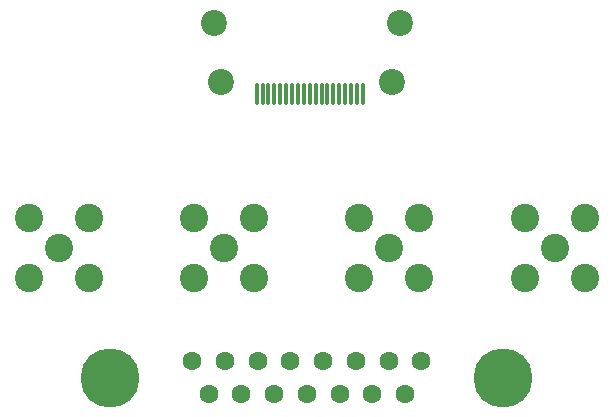
<source format=gbs>
G04*
G04 #@! TF.GenerationSoftware,Altium Limited,Altium Designer,19.0.10 (269)*
G04*
G04 Layer_Color=16711935*
%FSLAX25Y25*%
%MOIN*%
G70*
G01*
G75*
%ADD14C,0.08661*%
%ADD15C,0.09449*%
%ADD16C,0.19685*%
%ADD17C,0.06299*%
%ADD21O,0.01181X0.07874*%
D14*
X146653Y125984D02*
D03*
X89567D02*
D03*
X149016Y145669D02*
D03*
X87205D02*
D03*
D15*
X25433Y80866D02*
D03*
X45433D02*
D03*
Y60866D02*
D03*
X25433D02*
D03*
X35433Y70866D02*
D03*
X80551Y80866D02*
D03*
X100551D02*
D03*
Y60866D02*
D03*
X80551D02*
D03*
X90551Y70866D02*
D03*
X135669Y80866D02*
D03*
X155669D02*
D03*
Y60866D02*
D03*
X135669D02*
D03*
X145669Y70866D02*
D03*
X190787Y80866D02*
D03*
X210787D02*
D03*
Y60866D02*
D03*
X190787D02*
D03*
X200787Y70866D02*
D03*
D16*
X183661Y27559D02*
D03*
X52559D02*
D03*
D17*
X118110Y21969D02*
D03*
X129016D02*
D03*
X139921D02*
D03*
X150827D02*
D03*
X85394D02*
D03*
X96299D02*
D03*
X107205D02*
D03*
X112657Y33150D02*
D03*
X101752D02*
D03*
X90847D02*
D03*
X156280D02*
D03*
X145374D02*
D03*
X134468D02*
D03*
X123563D02*
D03*
X79941D02*
D03*
D21*
X121063Y122047D02*
D03*
X119095D02*
D03*
X126969D02*
D03*
X128937D02*
D03*
X134843D02*
D03*
X136811D02*
D03*
X111221D02*
D03*
X113189D02*
D03*
X103347D02*
D03*
X105315D02*
D03*
X115157D02*
D03*
X117126D02*
D03*
X107283D02*
D03*
X109252D02*
D03*
X123031D02*
D03*
X125000D02*
D03*
X130905D02*
D03*
X132874D02*
D03*
X101378D02*
D03*
M02*

</source>
